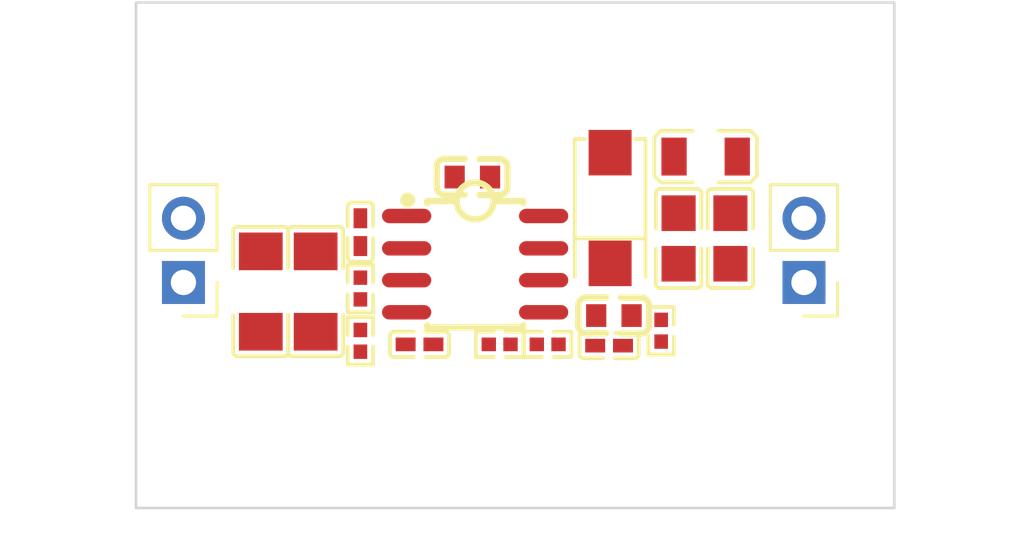
<source format=kicad_pcb>
(kicad_pcb (version 20221018) (generator pcbnew)
  (layers (0 "F.Cu" signal) (31 "B.Cu" signal) (34 "B.Paste" user) (35 "F.Paste" user) (36 "B.SilkS" user "B.Silkscreen") (37 "F.SilkS" user "F.Silkscreen") (38 "B.Mask" user) (39 "F.Mask" user) (44 "Edge.Cuts" user))
  (net 0 "")
  (net 1 "buck[Buck_Converter_TPS54331DR:virt]")
  (net 2 "buck.U1[TPS54331DR:U]-buck.R5[Resistor:10k]-buck.R6[Resistor:2.49k]")
  (net 3 "buck[Buck_Converter_TPS54331DR:virt]:3")
  (net 4 "buck.U1[TPS54331DR:U]-buck.C4[Capacitor:100nF]")
  (net 5 "buck.R1[Resistor:82k]-buck.R2[Resistor:29.4k]-buck.U1[TPS54331DR:U]")
  (net 6 "buck.U1[TPS54331DR:U]-buck.C5[Capacitor:10nF]")
  (net 7 "buck.U1[TPS54331DR:U]-buck.C6[Capacitor:4.7nF]-buck.C7[Capacitor:200pF]")
  (net 8 "buck[Buck_Converter_TPS54331DR:virt]:4-buck[Buck_Converter_TPS54331DR:virt]:2")
  (net 9 "buck.U1[TPS54331DR:U]-buck.D1[Diode:D]-buck.C4[Capacitor:100nF]-buck.L1[Inductor:47uH]")
  (net 10 "buck.C6[Capacitor:4.7nF]-buck.R3[Resistor:6.8k]")
  (footprint "lcsc:SMA_L4.4-W2.6-LS5.0-RD" (layer "F.Cu") (at 65.755 36.13 90)
    (fp_text reference "buck.D1[Diode:D]" hide)
    (fp_text value "D")
    (fp_line (start -2.73 -1.4) (end 2.73 -1.4) (stroke (width 0.15)) (layer "F.SilkS"))
    (fp_line (start -2.73 1.4) (end 2.73 1.4) (stroke (width 0.15)) (layer "F.SilkS"))
    (fp_line (start -1.2 -1.4) (end -1.2 1.4) (stroke (width 0.15)) (layer "F.SilkS"))
    (fp_line (start 2.73 -1.4) (end 2.73 -1) (stroke (width 0.15)) (layer "F.SilkS"))
    (fp_line (start 2.73 1.4) (end 2.73 1) (stroke (width 0.15)) (layer "F.SilkS"))
    (pad "1" smd rect (at -2.19 0 90) (size 1.8 1.7) (layers "F.Cu" "F.Paste" "F.Mask") (net 8 "buck[Buck_Converter_TPS54331DR:virt]:4-buck[Buck_Converter_TPS54331DR:virt]:2"))
    (pad "2" smd rect (at 2.19 0 90) (size 1.8 1.7) (layers "F.Cu" "F.Paste" "F.Mask") (net 9 "buck.U1[TPS54331DR:U]-buck.D1[Diode:D]-buck.C4[Capacitor:100nF]-buck.L1[Inductor:47uH]"))
  )
  (footprint "lcsc:C1206" (layer "F.Cu") (at 51.935 39.435 -90)
    (fp_text reference "buck.C1[Capacitor:2.2uF]" hide)
    (fp_text value "2.2uF")
    (fp_line (start -2.56 0.94) (end -2.56 -0.94) (stroke (width 0.15)) (layer "F.SilkS"))
    (fp_line (start -2.41 -1.09) (end -0.93 -1.09) (stroke (width 0.15)) (layer "F.SilkS"))
    (fp_line (start -0.93 1.09) (end -2.41 1.09) (stroke (width 0.15)) (layer "F.SilkS"))
    (fp_line (start 0.93 1.09) (end 2.41 1.09) (stroke (width 0.15)) (layer "F.SilkS"))
    (fp_line (start 2.41 -1.09) (end 0.93 -1.09) (stroke (width 0.15)) (layer "F.SilkS"))
    (fp_line (start 2.56 0.94) (end 2.56 -0.94) (stroke (width 0.15)) (layer "F.SilkS"))
    (fp_arc (start -2.56 -0.94) (mid -2.516066 -1.046066) (end -2.41 -1.09) (stroke (width 0.15)) (layer "F.SilkS"))
    (fp_arc (start -2.41 1.09) (mid -2.516066 1.046066) (end -2.56 0.94) (stroke (width 0.15)) (layer "F.SilkS"))
    (fp_arc (start 2.41 -1.09) (mid 2.516066 -1.046066) (end 2.56 -0.94) (stroke (width 0.15)) (layer "F.SilkS"))
    (fp_arc (start 2.56 0.94) (mid 2.516066 1.046066) (end 2.41 1.09) (stroke (width 0.15)) (layer "F.SilkS"))
    (pad "1" smd rect (at -1.59 0 270) (size 1.49 1.73) (layers "F.Cu" "F.Paste" "F.Mask") (net 1 "buck[Buck_Converter_TPS54331DR:virt]"))
    (pad "2" smd rect (at 1.59 0 270) (size 1.49 1.73) (layers "F.Cu" "F.Paste" "F.Mask") (net 8 "buck[Buck_Converter_TPS54331DR:virt]:4-buck[Buck_Converter_TPS54331DR:virt]:2"))
  )
  (footprint "lcsc:C0402" (layer "F.Cu") (at 58.215 41.525)
    (fp_text reference "buck.C5[Capacitor:10nF]" hide)
    (fp_text value "10nF")
    (fp_line (start -1.17 0.35) (end -1.17 -0.35) (stroke (width 0.15)) (layer "F.SilkS"))
    (fp_line (start -1.02 -0.5) (end -0.23 -0.5) (stroke (width 0.15)) (layer "F.SilkS"))
    (fp_line (start -0.23 0.5) (end -1.02 0.5) (stroke (width 0.15)) (layer "F.SilkS"))
    (fp_line (start 0.23 0.5) (end 1.02 0.5) (stroke (width 0.15)) (layer "F.SilkS"))
    (fp_line (start 1.02 -0.5) (end 0.23 -0.5) (stroke (width 0.15)) (layer "F.SilkS"))
    (fp_line (start 1.17 0.35) (end 1.17 -0.35) (stroke (width 0.15)) (layer "F.SilkS"))
    (fp_arc (start -1.17 -0.35) (mid -1.126066 -0.456066) (end -1.02 -0.5) (stroke (width 0.15)) (layer "F.SilkS"))
    (fp_arc (start -1.02 0.5) (mid -1.126066 0.456066) (end -1.17 0.35) (stroke (width 0.15)) (layer "F.SilkS"))
    (fp_arc (start 1.02 -0.5) (mid 1.126066 -0.456066) (end 1.17 -0.35) (stroke (width 0.15)) (layer "F.SilkS"))
    (fp_arc (start 1.17 0.35) (mid 1.126066 0.456066) (end 1.02 0.5) (stroke (width 0.15)) (layer "F.SilkS"))
    (pad "1" smd rect (at -0.55 0) (size 0.79 0.54) (layers "F.Cu" "F.Paste" "F.Mask") (net 6 "buck.U1[TPS54331DR:U]-buck.C5[Capacitor:10nF]"))
    (pad "2" smd rect (at 0.55 0) (size 0.79 0.54) (layers "F.Cu" "F.Paste" "F.Mask") (net 8 "buck[Buck_Converter_TPS54331DR:virt]:4-buck[Buck_Converter_TPS54331DR:virt]:2"))
  )
  (footprint "Connector_PinHeader_2.54mm:PinHeader_1x02_P2.54mm_Vertical" (layer "F.Cu") (at 73.425 39.075 180)
    (fp_text reference "output_header[Pin_Header:J]" hide)
    (fp_text value "J")
    (fp_line (start -1.33 -1.33) (end 0 -1.33) (stroke (width 0.12)) (layer "F.SilkS"))
    (fp_line (start -1.33 0) (end -1.33 -1.33) (stroke (width 0.12)) (layer "F.SilkS"))
    (fp_line (start -1.33 1.27) (end -1.33 3.87) (stroke (width 0.12)) (layer "F.SilkS"))
    (fp_line (start -1.33 1.27) (end 1.33 1.27) (stroke (width 0.12)) (layer "F.SilkS"))
    (fp_line (start -1.33 3.87) (end 1.33 3.87) (stroke (width 0.12)) (layer "F.SilkS"))
    (fp_line (start 1.33 1.27) (end 1.33 3.87) (stroke (width 0.12)) (layer "F.SilkS"))
    (pad "1" thru_hole rect (at 0 0 180) (size 1.7 1.7) (drill 1) (layers "*.Cu" "*.Mask") (net 8 "buck[Buck_Converter_TPS54331DR:virt]:4-buck[Buck_Converter_TPS54331DR:virt]:2"))
    (pad "2" thru_hole oval (at 0 2.54 180) (size 1.7 1.7) (drill 1) (layers "*.Cu" "*.Mask") (net 3 "buck[Buck_Converter_TPS54331DR:virt]:3"))
  )
  (footprint "lcsc:C0402" (layer "F.Cu") (at 55.875 37.085 90)
    (fp_text reference "buck.C3[Capacitor:10nF]" hide)
    (fp_text value "10nF")
    (fp_line (start -1.17 0.35) (end -1.17 -0.35) (stroke (width 0.15)) (layer "F.SilkS"))
    (fp_line (start -1.02 -0.5) (end -0.23 -0.5) (stroke (width 0.15)) (layer "F.SilkS"))
    (fp_line (start -0.23 0.5) (end -1.02 0.5) (stroke (width 0.15)) (layer "F.SilkS"))
    (fp_line (start 0.23 0.5) (end 1.02 0.5) (stroke (width 0.15)) (layer "F.SilkS"))
    (fp_line (start 1.02 -0.5) (end 0.23 -0.5) (stroke (width 0.15)) (layer "F.SilkS"))
    (fp_line (start 1.17 0.35) (end 1.17 -0.35) (stroke (width 0.15)) (layer "F.SilkS"))
    (fp_arc (start -1.17 -0.35) (mid -1.126066 -0.456066) (end -1.02 -0.5) (stroke (width 0.15)) (layer "F.SilkS"))
    (fp_arc (start -1.02 0.5) (mid -1.126066 0.456066) (end -1.17 0.35) (stroke (width 0.15)) (layer "F.SilkS"))
    (fp_arc (start 1.02 -0.5) (mid 1.126066 -0.456066) (end 1.17 -0.35) (stroke (width 0.15)) (layer "F.SilkS"))
    (fp_arc (start 1.17 0.35) (mid 1.126066 0.456066) (end 1.02 0.5) (stroke (width 0.15)) (layer "F.SilkS"))
    (pad "1" smd rect (at -0.55 0 90) (size 0.79 0.54) (layers "F.Cu" "F.Paste" "F.Mask") (net 1 "buck[Buck_Converter_TPS54331DR:virt]"))
    (pad "2" smd rect (at 0.55 0 90) (size 0.79 0.54) (layers "F.Cu" "F.Paste" "F.Mask") (net 8 "buck[Buck_Converter_TPS54331DR:virt]:4-buck[Buck_Converter_TPS54331DR:virt]:2"))
  )
  (footprint "lcsc:R0402" (layer "F.Cu") (at 67.775 40.985 90)
    (fp_text reference "buck.R3[Resistor:6.8k]" hide)
    (fp_text value "6.8k")
    (fp_line (start -0.94 -0.5) (end -0.23 -0.5) (stroke (width 0.15)) (layer "F.SilkS"))
    (fp_line (start -0.94 0.5) (end -0.94 -0.5) (stroke (width 0.15)) (layer "F.SilkS"))
    (fp_line (start -0.23 0.5) (end -0.94 0.5) (stroke (width 0.15)) (layer "F.SilkS"))
    (fp_line (start 0.23 0.5) (end 0.94 0.5) (stroke (width 0.15)) (layer "F.SilkS"))
    (fp_line (start 0.94 -0.5) (end 0.23 -0.5) (stroke (width 0.15)) (layer "F.SilkS"))
    (fp_line (start 0.94 0.5) (end 0.94 -0.5) (stroke (width 0.15)) (layer "F.SilkS"))
    (pad "1" smd rect (at -0.43 0 90) (size 0.57 0.54) (layers "F.Cu" "F.Paste" "F.Mask") (net 10 "buck.C6[Capacitor:4.7nF]-buck.R3[Resistor:6.8k]"))
    (pad "2" smd rect (at 0.43 0 90) (size 0.57 0.54) (layers "F.Cu" "F.Paste" "F.Mask") (net 8 "buck[Buck_Converter_TPS54331DR:virt]:4-buck[Buck_Converter_TPS54331DR:virt]:2"))
  )
  (footprint "lcsc:C0603" (layer "F.Cu") (at 60.305 34.905)
    (fp_text reference "buck.C4[Capacitor:100nF]" hide)
    (fp_text value "100nF")
    (fp_line (start -1.41 -0.41) (end -1.41 0.39) (stroke (width 0.25)) (layer "F.SilkS"))
    (fp_line (start -0.3 -0.72) (end -1.1 -0.72) (stroke (width 0.25)) (layer "F.SilkS"))
    (fp_line (start -0.3 0.7) (end -1.1 0.7) (stroke (width 0.25)) (layer "F.SilkS"))
    (fp_line (start 0.28 -0.71) (end 1.08 -0.71) (stroke (width 0.25)) (layer "F.SilkS"))
    (fp_line (start 0.28 0.71) (end 1.08 0.71) (stroke (width 0.25)) (layer "F.SilkS"))
    (fp_line (start 1.39 -0.4) (end 1.39 0.4) (stroke (width 0.25)) (layer "F.SilkS"))
    (fp_arc (start -1.41 -0.41) (mid -1.319203 -0.629203) (end -1.1 -0.72) (stroke (width 0.25)) (layer "F.SilkS"))
    (fp_arc (start -1.1 0.7) (mid -1.319203 0.609203) (end -1.41 0.39) (stroke (width 0.25)) (layer "F.SilkS"))
    (fp_arc (start 1.08 -0.71) (mid 1.299203 -0.619203) (end 1.39 -0.4) (stroke (width 0.25)) (layer "F.SilkS"))
    (fp_arc (start 1.39 0.4) (mid 1.299203 0.619203) (end 1.08 0.71) (stroke (width 0.25)) (layer "F.SilkS"))
    (pad "1" smd rect (at -0.7 0) (size 0.8 0.9) (layers "F.Cu" "F.Paste" "F.Mask") (net 4 "buck.U1[TPS54331DR:U]-buck.C4[Capacitor:100nF]"))
    (pad "2" smd rect (at 0.7 0) (size 0.8 0.9) (layers "F.Cu" "F.Paste" "F.Mask") (net 9 "buck.U1[TPS54331DR:U]-buck.D1[Diode:D]-buck.C4[Capacitor:100nF]-buck.L1[Inductor:47uH]"))
  )
  (footprint "MountingHole:MountingHole_3.2mm_M3_ISO7380" (layer "F.Cu") (at 73.925 31.175)
    (fp_text reference "mounting_hole[1][Mounting_Hole:H]" hide)
    (fp_text value "H")
    (pad "" np_thru_hole circle (at 0 0) (size 3.2 3.2) (drill 3.2) (layers "*.Cu" "*.Mask"))
  )
  (footprint "lcsc:C0805" (layer "F.Cu") (at 68.465 37.335 -90)
    (fp_text reference "buck.C8[Capacitor:22uF]" hide)
    (fp_text value "22uF")
    (fp_line (start -1.96 0.75) (end -1.96 -0.75) (stroke (width 0.15)) (layer "F.SilkS"))
    (fp_line (start -1.81 -0.9) (end -0.4 -0.9) (stroke (width 0.15)) (layer "F.SilkS"))
    (fp_line (start -0.4 0.9) (end -1.81 0.9) (stroke (width 0.15)) (layer "F.SilkS"))
    (fp_line (start 0.4 0.9) (end 1.81 0.9) (stroke (width 0.15)) (layer "F.SilkS"))
    (fp_line (start 1.81 -0.9) (end 0.4 -0.9) (stroke (width 0.15)) (layer "F.SilkS"))
    (fp_line (start 1.96 0.75) (end 1.96 -0.75) (stroke (width 0.15)) (layer "F.SilkS"))
    (fp_arc (start -1.96 -0.75) (mid -1.916066 -0.856066) (end -1.81 -0.9) (stroke (width 0.15)) (layer "F.SilkS"))
    (fp_arc (start -1.81 0.9) (mid -1.916066 0.856066) (end -1.96 0.75) (stroke (width 0.15)) (layer "F.SilkS"))
    (fp_arc (start 1.81 -0.9) (mid 1.916066 -0.856066) (end 1.96 -0.75) (stroke (width 0.15)) (layer "F.SilkS"))
    (fp_arc (start 1.96 0.75) (mid 1.916066 0.856066) (end 1.81 0.9) (stroke (width 0.15)) (layer "F.SilkS"))
    (pad "1" smd rect (at -1 0 270) (size 1.41 1.35) (layers "F.Cu" "F.Paste" "F.Mask") (net 3 "buck[Buck_Converter_TPS54331DR:virt]:3"))
    (pad "2" smd rect (at 1 0 270) (size 1.41 1.35) (layers "F.Cu" "F.Paste" "F.Mask") (net 8 "buck[Buck_Converter_TPS54331DR:virt]:4-buck[Buck_Converter_TPS54331DR:virt]:2"))
  )
  (footprint "MountingHole:MountingHole_3.2mm_M3_ISO7380" (layer "F.Cu") (at 73.925 44.875)
    (fp_text reference "mounting_hole[3][Mounting_Hole:H]" hide)
    (fp_text value "H")
    (pad "" np_thru_hole circle (at 0 0) (size 3.2 3.2) (drill 3.2) (layers "*.Cu" "*.Mask"))
  )
  (footprint "MountingHole:MountingHole_3.2mm_M3_ISO7380" (layer "F.Cu") (at 50.125 31.025)
    (fp_text reference "mounting_hole[0][Mounting_Hole:H]" hide)
    (fp_text value "H")
    (pad "" np_thru_hole circle (at 0 0) (size 3.2 3.2) (drill 3.2) (layers "*.Cu" "*.Mask"))
  )
  (footprint "lcsc:R0402" (layer "F.Cu") (at 63.285 41.525 180)
    (fp_text reference "buck.R5[Resistor:10k]" hide)
    (fp_text value "10k")
    (fp_line (start -0.94 -0.5) (end -0.23 -0.5) (stroke (width 0.15)) (layer "F.SilkS"))
    (fp_line (start -0.94 0.5) (end -0.94 -0.5) (stroke (width 0.15)) (layer "F.SilkS"))
    (fp_line (start -0.23 0.5) (end -0.94 0.5) (stroke (width 0.15)) (layer "F.SilkS"))
    (fp_line (start 0.23 0.5) (end 0.94 0.5) (stroke (width 0.15)) (layer "F.SilkS"))
    (fp_line (start 0.94 -0.5) (end 0.23 -0.5) (stroke (width 0.15)) (layer "F.SilkS"))
    (fp_line (start 0.94 0.5) (end 0.94 -0.5) (stroke (width 0.15)) (layer "F.SilkS"))
    (pad "1" smd rect (at -0.43 0 180) (size 0.57 0.54) (layers "F.Cu" "F.Paste" "F.Mask") (net 3 "buck[Buck_Converter_TPS54331DR:virt]:3"))
    (pad "2" smd rect (at 0.43 0 180) (size 0.57 0.54) (layers "F.Cu" "F.Paste" "F.Mask") (net 2 "buck.U1[TPS54331DR:U]-buck.R5[Resistor:10k]-buck.R6[Resistor:2.49k]"))
  )
  (footprint "MountingHole:MountingHole_3.2mm_M3_ISO7380" (layer "F.Cu") (at 49.825 44.925)
    (fp_text reference "mounting_hole[2][Mounting_Hole:H]" hide)
    (fp_text value "H")
    (pad "" np_thru_hole circle (at 0 0) (size 3.2 3.2) (drill 3.2) (layers "*.Cu" "*.Mask"))
  )
  (footprint "lcsc:C0805" (layer "F.Cu") (at 70.515 37.335 -90)
    (fp_text reference "buck.C9[Capacitor:22uF]" hide)
    (fp_text value "22uF")
    (fp_line (start -1.96 0.75) (end -1.96 -0.75) (stroke (width 0.15)) (layer "F.SilkS"))
    (fp_line (start -1.81 -0.9) (end -0.4 -0.9) (stroke (width 0.15)) (layer "F.SilkS"))
    (fp_line (start -0.4 0.9) (end -1.81 0.9) (stroke (width 0.15)) (layer "F.SilkS"))
    (fp_line (start 0.4 0.9) (end 1.81 0.9) (stroke (width 0.15)) (layer "F.SilkS"))
    (fp_line (start 1.81 -0.9) (end 0.4 -0.9) (stroke (width 0.15)) (layer "F.SilkS"))
    (fp_line (start 1.96 0.75) (end 1.96 -0.75) (stroke (width 0.15)) (layer "F.SilkS"))
    (fp_arc (start -1.96 -0.75) (mid -1.916066 -0.856066) (end -1.81 -0.9) (stroke (width 0.15)) (layer "F.SilkS"))
    (fp_arc (start -1.81 0.9) (mid -1.916066 0.856066) (end -1.96 0.75) (stroke (width 0.15)) (layer "F.SilkS"))
    (fp_arc (start 1.81 -0.9) (mid 1.916066 -0.856066) (end 1.96 -0.75) (stroke (width 0.15)) (layer "F.SilkS"))
    (fp_arc (start 1.96 0.75) (mid 1.916066 0.856066) (end 1.81 0.9) (stroke (width 0.15)) (layer "F.SilkS"))
    (pad "1" smd rect (at -1 0 270) (size 1.41 1.35) (layers "F.Cu" "F.Paste" "F.Mask") (net 3 "buck[Buck_Converter_TPS54331DR:virt]:3"))
    (pad "2" smd rect (at 1 0 270) (size 1.41 1.35) (layers "F.Cu" "F.Paste" "F.Mask") (net 8 "buck[Buck_Converter_TPS54331DR:virt]:4-buck[Buck_Converter_TPS54331DR:virt]:2"))
  )
  (footprint "lcsc:R0402" (layer "F.Cu") (at 55.875 41.385 -90)
    (fp_text reference "buck.R2[Resistor:29.4k]" hide)
    (fp_text value "29.4k")
    (fp_line (start -0.94 -0.5) (end -0.23 -0.5) (stroke (width 0.15)) (layer "F.SilkS"))
    (fp_line (start -0.94 0.5) (end -0.94 -0.5) (stroke (width 0.15)) (layer "F.SilkS"))
    (fp_line (start -0.23 0.5) (end -0.94 0.5) (stroke (width 0.15)) (layer "F.SilkS"))
    (fp_line (start 0.23 0.5) (end 0.94 0.5) (stroke (width 0.15)) (layer "F.SilkS"))
    (fp_line (start 0.94 -0.5) (end 0.23 -0.5) (stroke (width 0.15)) (layer "F.SilkS"))
    (fp_line (start 0.94 0.5) (end 0.94 -0.5) (stroke (width 0.15)) (layer "F.SilkS"))
    (pad "1" smd rect (at -0.43 0 270) (size 0.57 0.54) (layers "F.Cu" "F.Paste" "F.Mask") (net 5 "buck.R1[Resistor:82k]-buck.R2[Resistor:29.4k]-buck.U1[TPS54331DR:U]"))
    (pad "2" smd rect (at 0.43 0 270) (size 0.57 0.54) (layers "F.Cu" "F.Paste" "F.Mask") (net 8 "buck[Buck_Converter_TPS54331DR:virt]:4-buck[Buck_Converter_TPS54331DR:virt]:2"))
  )
  (footprint "lcsc:R0402" (layer "F.Cu") (at 55.875 39.315 -90)
    (fp_text reference "buck.R1[Resistor:82k]" hide)
    (fp_text value "82k")
    (fp_line (start -0.94 -0.5) (end -0.23 -0.5) (stroke (width 0.15)) (layer "F.SilkS"))
    (fp_line (start -0.94 0.5) (end -0.94 -0.5) (stroke (width 0.15)) (layer "F.SilkS"))
    (fp_line (start -0.23 0.5) (end -0.94 0.5) (stroke (width 0.15)) (layer "F.SilkS"))
    (fp_line (start 0.23 0.5) (end 0.94 0.5) (stroke (width 0.15)) (layer "F.SilkS"))
    (fp_line (start 0.94 -0.5) (end 0.23 -0.5) (stroke (width 0.15)) (layer "F.SilkS"))
    (fp_line (start 0.94 0.5) (end 0.94 -0.5) (stroke (width 0.15)) (layer "F.SilkS"))
    (pad "1" smd rect (at -0.43 0 270) (size 0.57 0.54) (layers "F.Cu" "F.Paste" "F.Mask") (net 1 "buck[Buck_Converter_TPS54331DR:virt]"))
    (pad "2" smd rect (at 0.43 0 270) (size 0.57 0.54) (layers "F.Cu" "F.Paste" "F.Mask") (net 5 "buck.R1[Resistor:82k]-buck.R2[Resistor:29.4k]-buck.U1[TPS54331DR:U]"))
  )
  (footprint "lcsc:C0603" (layer "F.Cu") (at 65.905 40.385)
    (fp_text reference "buck.C7[Capacitor:200pF]" hide)
    (fp_text value "200pF")
    (fp_line (start -1.41 -0.41) (end -1.41 0.39) (stroke (width 0.25)) (layer "F.SilkS"))
    (fp_line (start -0.3 -0.72) (end -1.1 -0.72) (stroke (width 0.25)) (layer "F.SilkS"))
    (fp_line (start -0.3 0.7) (end -1.1 0.7) (stroke (width 0.25)) (layer "F.SilkS"))
    (fp_line (start 0.28 -0.71) (end 1.08 -0.71) (stroke (width 0.25)) (layer "F.SilkS"))
    (fp_line (start 0.28 0.71) (end 1.08 0.71) (stroke (width 0.25)) (layer "F.SilkS"))
    (fp_line (start 1.39 -0.4) (end 1.39 0.4) (stroke (width 0.25)) (layer "F.SilkS"))
    (fp_arc (start -1.41 -0.41) (mid -1.319203 -0.629203) (end -1.1 -0.72) (stroke (width 0.25)) (layer "F.SilkS"))
    (fp_arc (start -1.1 0.7) (mid -1.319203 0.609203) (end -1.41 0.39) (stroke (width 0.25)) (layer "F.SilkS"))
    (fp_arc (start 1.08 -0.71) (mid 1.299203 -0.619203) (end 1.39 -0.4) (stroke (width 0.25)) (layer "F.SilkS"))
    (fp_arc (start 1.39 0.4) (mid 1.299203 0.619203) (end 1.08 0.71) (stroke (width 0.25)) (layer "F.SilkS"))
    (pad "1" smd rect (at -0.7 0) (size 0.8 0.9) (layers "F.Cu" "F.Paste" "F.Mask") (net 7 "buck.U1[TPS54331DR:U]-buck.C6[Capacitor:4.7nF]-buck.C7[Capacitor:200pF]"))
    (pad "2" smd rect (at 0.7 0) (size 0.8 0.9) (layers "F.Cu" "F.Paste" "F.Mask") (net 8 "buck[Buck_Converter_TPS54331DR:virt]:4-buck[Buck_Converter_TPS54331DR:virt]:2"))
  )
  (footprint "lcsc:C0402" (layer "F.Cu") (at 65.715 41.575)
    (fp_text reference "buck.C6[Capacitor:4.7nF]" hide)
    (fp_text value "4.7nF")
    (fp_line (start -1.17 0.35) (end -1.17 -0.35) (stroke (width 0.15)) (layer "F.SilkS"))
    (fp_line (start -1.02 -0.5) (end -0.23 -0.5) (stroke (width 0.15)) (layer "F.SilkS"))
    (fp_line (start -0.23 0.5) (end -1.02 0.5) (stroke (width 0.15)) (layer "F.SilkS"))
    (fp_line (start 0.23 0.5) (end 1.02 0.5) (stroke (width 0.15)) (layer "F.SilkS"))
    (fp_line (start 1.02 -0.5) (end 0.23 -0.5) (stroke (width 0.15)) (layer "F.SilkS"))
    (fp_line (start 1.17 0.35) (end 1.17 -0.35) (stroke (width 0.15)) (layer "F.SilkS"))
    (fp_arc (start -1.17 -0.35) (mid -1.126066 -0.456066) (end -1.02 -0.5) (stroke (width 0.15)) (layer "F.SilkS"))
    (fp_arc (start -1.02 0.5) (mid -1.126066 0.456066) (end -1.17 0.35) (stroke (width 0.15)) (layer "F.SilkS"))
    (fp_arc (start 1.02 -0.5) (mid 1.126066 -0.456066) (end 1.17 -0.35) (stroke (width 0.15)) (layer "F.SilkS"))
    (fp_arc (start 1.17 0.35) (mid 1.126066 0.456066) (end 1.02 0.5) (stroke (width 0.15)) (layer "F.SilkS"))
    (pad "1" smd rect (at -0.55 0) (size 0.79 0.54) (layers "F.Cu" "F.Paste" "F.Mask") (net 7 "buck.U1[TPS54331DR:U]-buck.C6[Capacitor:4.7nF]-buck.C7[Capacitor:200pF]"))
    (pad "2" smd rect (at 0.55 0) (size 0.79 0.54) (layers "F.Cu" "F.Paste" "F.Mask") (net 10 "buck.C6[Capacitor:4.7nF]-buck.R3[Resistor:6.8k]"))
  )
  (footprint "Connector_PinHeader_2.54mm:PinHeader_1x02_P2.54mm_Vertical" (layer "F.Cu") (at 48.875 39.075 180)
    (fp_text reference "input_header[Pin_Header:J]" hide)
    (fp_text value "J")
    (fp_line (start -1.33 -1.33) (end 0 -1.33) (stroke (width 0.12)) (layer "F.SilkS"))
    (fp_line (start -1.33 0) (end -1.33 -1.33) (stroke (width 0.12)) (layer "F.SilkS"))
    (fp_line (start -1.33 1.27) (end -1.33 3.87) (stroke (width 0.12)) (layer "F.SilkS"))
    (fp_line (start -1.33 1.27) (end 1.33 1.27) (stroke (width 0.12)) (layer "F.SilkS"))
    (fp_line (start -1.33 3.87) (end 1.33 3.87) (stroke (width 0.12)) (layer "F.SilkS"))
    (fp_line (start 1.33 1.27) (end 1.33 3.87) (stroke (width 0.12)) (layer "F.SilkS"))
    (pad "1" thru_hole rect (at 0 0 180) (size 1.7 1.7) (drill 1) (layers "*.Cu" "*.Mask") (net 8 "buck[Buck_Converter_TPS54331DR:virt]:4-buck[Buck_Converter_TPS54331DR:virt]:2"))
    (pad "2" thru_hole oval (at 0 2.54 180) (size 1.7 1.7) (drill 1) (layers "*.Cu" "*.Mask") (net 1 "buck[Buck_Converter_TPS54331DR:virt]"))
  )
  (footprint "lcsc:C1206" (layer "F.Cu") (at 54.105 39.435 -90)
    (fp_text reference "buck.C2[Capacitor:2.2uF]" hide)
    (fp_text value "2.2uF")
    (fp_line (start -2.56 0.94) (end -2.56 -0.94) (stroke (width 0.15)) (layer "F.SilkS"))
    (fp_line (start -2.41 -1.09) (end -0.93 -1.09) (stroke (width 0.15)) (layer "F.SilkS"))
    (fp_line (start -0.93 1.09) (end -2.41 1.09) (stroke (width 0.15)) (layer "F.SilkS"))
    (fp_line (start 0.93 1.09) (end 2.41 1.09) (stroke (width 0.15)) (layer "F.SilkS"))
    (fp_line (start 2.41 -1.09) (end 0.93 -1.09) (stroke (width 0.15)) (layer "F.SilkS"))
    (fp_line (start 2.56 0.94) (end 2.56 -0.94) (stroke (width 0.15)) (layer "F.SilkS"))
    (fp_arc (start -2.56 -0.94) (mid -2.516066 -1.046066) (end -2.41 -1.09) (stroke (width 0.15)) (layer "F.SilkS"))
    (fp_arc (start -2.41 1.09) (mid -2.516066 1.046066) (end -2.56 0.94) (stroke (width 0.15)) (layer "F.SilkS"))
    (fp_arc (start 2.41 -1.09) (mid 2.516066 -1.046066) (end 2.56 -0.94) (stroke (width 0.15)) (layer "F.SilkS"))
    (fp_arc (start 2.56 0.94) (mid 2.516066 1.046066) (end 2.41 1.09) (stroke (width 0.15)) (layer "F.SilkS"))
    (pad "1" smd rect (at -1.59 0 270) (size 1.49 1.73) (layers "F.Cu" "F.Paste" "F.Mask") (net 1 "buck[Buck_Converter_TPS54331DR:virt]"))
    (pad "2" smd rect (at 1.59 0 270) (size 1.49 1.73) (layers "F.Cu" "F.Paste" "F.Mask") (net 8 "buck[Buck_Converter_TPS54331DR:virt]:4-buck[Buck_Converter_TPS54331DR:virt]:2"))
  )
  (footprint "lcsc:R0402" (layer "F.Cu") (at 61.385 41.525 180)
    (fp_text reference "buck.R6[Resistor:2.49k]" hide)
    (fp_text value "2.49k")
    (fp_line (start -0.94 -0.5) (end -0.23 -0.5) (stroke (width 0.15)) (layer "F.SilkS"))
    (fp_line (start -0.94 0.5) (end -0.94 -0.5) (stroke (width 0.15)) (layer "F.SilkS"))
    (fp_line (start -0.23 0.5) (end -0.94 0.5) (stroke (width 0.15)) (layer "F.SilkS"))
    (fp_line (start 0.23 0.5) (end 0.94 0.5) (stroke (width 0.15)) (layer "F.SilkS"))
    (fp_line (start 0.94 -0.5) (end 0.23 -0.5) (stroke (width 0.15)) (layer "F.SilkS"))
    (fp_line (start 0.94 0.5) (end 0.94 -0.5) (stroke (width 0.15)) (layer "F.SilkS"))
    (pad "1" smd rect (at -0.43 0 180) (size 0.57 0.54) (layers "F.Cu" "F.Paste" "F.Mask") (net 2 "buck.U1[TPS54331DR:U]-buck.R5[Resistor:10k]-buck.R6[Resistor:2.49k]"))
    (pad "2" smd rect (at 0.43 0 180) (size 0.57 0.54) (layers "F.Cu" "F.Paste" "F.Mask") (net 8 "buck[Buck_Converter_TPS54331DR:virt]:4-buck[Buck_Converter_TPS54331DR:virt]:2"))
  )
  (footprint "lcsc:SOIC-8_L5.0-W4.0-P1.27-LS6.0-BL" (layer "F.Cu") (at 60.415 38.355 -90)
    (fp_text reference "buck.U1[TPS54331DR:U]" hide)
    (fp_text value "U")
    (fp_line (start -2.5 -1.91) (end -2.41 -1.91) (stroke (width 0.25)) (layer "F.SilkS"))
    (fp_line (start -2.5 -1.5) (end -2.5 -1.91) (stroke (width 0.25)) (layer "F.SilkS"))
    (fp_line (start -2.5 -1.5) (end -2.5 -0.73) (stroke (width 0.25)) (layer "F.SilkS"))
    (fp_line (start -2.5 1.5) (end -2.5 0.73) (stroke (width 0.25)) (layer "F.SilkS"))
    (fp_line (start -2.5 1.5) (end -2.5 1.9) (stroke (width 0.25)) (layer "F.SilkS"))
    (fp_line (start -2.5 1.9) (end -2.41 1.9) (stroke (width 0.25)) (layer "F.SilkS"))
    (fp_line (start 2.5 -1.91) (end 2.41 -1.91) (stroke (width 0.25)) (layer "F.SilkS"))
    (fp_line (start 2.5 -1.5) (end 2.5 -1.91) (stroke (width 0.25)) (layer "F.SilkS"))
    (fp_line (start 2.5 -1.5) (end 2.5 1.5) (stroke (width 0.25)) (layer "F.SilkS"))
    (fp_line (start 2.5 1.5) (end 2.5 1.9) (stroke (width 0.25)) (layer "F.SilkS"))
    (fp_line (start 2.5 1.9) (end 2.41 1.9) (stroke (width 0.25)) (layer "F.SilkS"))
    (fp_arc (start -2.48726 -0.729889) (mid -2.50635 0.729972) (end -2.5 -0.73) (stroke (width 0.25)) (layer "F.SilkS"))
    (fp_circle (center -2.54 2.67) (end -2.39 2.67) (stroke (width 0.3)) (fill none) (layer "F.SilkS"))
    (pad "1" smd oval (at -1.91 2.71 270) (size 0.57 1.95) (layers "F.Cu" "F.Paste" "F.Mask") (net 4 "buck.U1[TPS54331DR:U]-buck.C4[Capacitor:100nF]"))
    (pad "2" smd oval (at -0.63 2.71 270) (size 0.57 1.95) (layers "F.Cu" "F.Paste" "F.Mask") (net 1 "buck[Buck_Converter_TPS54331DR:virt]"))
    (pad "3" smd oval (at 0.63 2.71 270) (size 0.57 1.95) (layers "F.Cu" "F.Paste" "F.Mask") (net 5 "buck.R1[Resistor:82k]-buck.R2[Resistor:29.4k]-buck.U1[TPS54331DR:U]"))
    (pad "4" smd oval (at 1.9 2.71 270) (size 0.57 1.95) (layers "F.Cu" "F.Paste" "F.Mask") (net 6 "buck.U1[TPS54331DR:U]-buck.C5[Capacitor:10nF]"))
    (pad "5" smd oval (at 1.9 -2.71 270) (size 0.57 1.95) (layers "F.Cu" "F.Paste" "F.Mask") (net 2 "buck.U1[TPS54331DR:U]-buck.R5[Resistor:10k]-buck.R6[Resistor:2.49k]"))
    (pad "6" smd oval (at 0.63 -2.71 270) (size 0.57 1.95) (layers "F.Cu" "F.Paste" "F.Mask") (net 7 "buck.U1[TPS54331DR:U]-buck.C6[Capacitor:4.7nF]-buck.C7[Capacitor:200pF]"))
    (pad "7" smd oval (at -0.63 -2.71 270) (size 0.57 1.95) (layers "F.Cu" "F.Paste" "F.Mask") (net 8 "buck[Buck_Converter_TPS54331DR:virt]:4-buck[Buck_Converter_TPS54331DR:virt]:2"))
    (pad "8" smd oval (at -1.91 -2.71 270) (size 0.57 1.95) (layers "F.Cu" "F.Paste" "F.Mask") (net 9 "buck.U1[TPS54331DR:U]-buck.D1[Diode:D]-buck.C4[Capacitor:100nF]-buck.L1[Inductor:47uH]"))
  )
  (footprint "lcsc:IND-SMD_L2.5-W2.0-A" (layer "F.Cu") (at 69.535 34.095)
    (fp_text reference "buck.L1[Inductor:47uH]" hide)
    (fp_text value "47uH")
    (fp_line (start -2.03 -0.76) (end -1.78 -1.02) (stroke (width 0.15)) (layer "F.SilkS"))
    (fp_line (start -2.03 0.76) (end -2.03 -0.76) (stroke (width 0.15)) (layer "F.SilkS"))
    (fp_line (start -1.78 -1.02) (end -0.51 -1.02) (stroke (width 0.15)) (layer "F.SilkS"))
    (fp_line (start -1.78 1.02) (end -2.03 0.76) (stroke (width 0.15)) (layer "F.SilkS"))
    (fp_line (start -0.51 1.02) (end -1.78 1.02) (stroke (width 0.15)) (layer "F.SilkS"))
    (fp_line (start 0.51 -1.02) (end 1.78 -1.02) (stroke (width 0.15)) (layer "F.SilkS"))
    (fp_line (start 1.78 -1.02) (end 2.03 -0.76) (stroke (width 0.15)) (layer "F.SilkS"))
    (fp_line (start 1.78 1.02) (end 0.51 1.02) (stroke (width 0.15)) (layer "F.SilkS"))
    (fp_line (start 2.03 -0.76) (end 2.03 0.76) (stroke (width 0.15)) (layer "F.SilkS"))
    (fp_line (start 2.03 0.76) (end 1.78 1.02) (stroke (width 0.15)) (layer "F.SilkS"))
    (pad "1" smd rect (at -1.25 0) (size 1 1.5) (layers "F.Cu" "F.Paste" "F.Mask") (net 9 "buck.U1[TPS54331DR:U]-buck.D1[Diode:D]-buck.C4[Capacitor:100nF]-buck.L1[Inductor:47uH]"))
    (pad "2" smd rect (at 1.25 0) (size 1 1.5) (layers "F.Cu" "F.Paste" "F.Mask") (net 3 "buck[Buck_Converter_TPS54331DR:virt]:3"))
  )
  (gr_rect (start 47 28) (end 77 48) (stroke (width 0.1)) (fill none) (layer "Edge.Cuts"))
)
</source>
